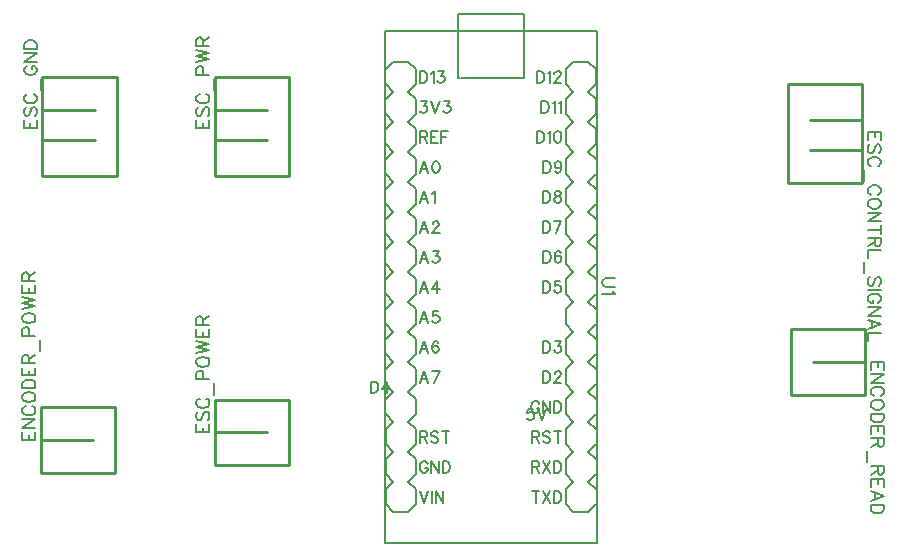
<source format=gto>
G04 Layer: TopSilkscreenLayer*
G04 EasyEDA v6.5.12, 2022-08-13 19:42:35*
G04 9ce99227bc0a4aedad01d0d7efa1a16d,d2a3e1526f234093adc7d0cc0e5670ed,10*
G04 Gerber Generator version 0.2*
G04 Scale: 100 percent, Rotated: No, Reflected: No *
G04 Dimensions in millimeters *
G04 leading zeros omitted , absolute positions ,4 integer and 5 decimal *
%FSLAX45Y45*%
%MOMM*%

%ADD10C,0.1524*%
%ADD11C,0.1500*%
%ADD12C,0.2540*%
%ADD13C,0.1520*%

%LPD*%
D10*
X5726684Y5613400D02*
G01*
X5835650Y5613400D01*
X5726684Y5613400D02*
G01*
X5726684Y5680963D01*
X5778500Y5613400D02*
G01*
X5778500Y5655055D01*
X5835650Y5613400D02*
G01*
X5835650Y5680963D01*
X5726684Y5715254D02*
G01*
X5835650Y5715254D01*
X5726684Y5715254D02*
G01*
X5835650Y5787897D01*
X5726684Y5787897D02*
G01*
X5835650Y5787897D01*
X5752591Y5900165D02*
G01*
X5742177Y5895086D01*
X5731763Y5884671D01*
X5726684Y5874257D01*
X5726684Y5853429D01*
X5731763Y5843015D01*
X5742177Y5832602D01*
X5752591Y5827521D01*
X5768340Y5822187D01*
X5794247Y5822187D01*
X5809741Y5827521D01*
X5820156Y5832602D01*
X5830570Y5843015D01*
X5835650Y5853429D01*
X5835650Y5874257D01*
X5830570Y5884671D01*
X5820156Y5895086D01*
X5809741Y5900165D01*
X5726684Y5965697D02*
G01*
X5731763Y5955284D01*
X5742177Y5944870D01*
X5752591Y5939789D01*
X5768340Y5934455D01*
X5794247Y5934455D01*
X5809741Y5939789D01*
X5820156Y5944870D01*
X5830570Y5955284D01*
X5835650Y5965697D01*
X5835650Y5986526D01*
X5830570Y5996939D01*
X5820156Y6007100D01*
X5809741Y6012434D01*
X5794247Y6017513D01*
X5768340Y6017513D01*
X5752591Y6012434D01*
X5742177Y6007100D01*
X5731763Y5996939D01*
X5726684Y5986526D01*
X5726684Y5965697D01*
X5726684Y6051804D02*
G01*
X5835650Y6051804D01*
X5726684Y6051804D02*
G01*
X5726684Y6088379D01*
X5731763Y6103873D01*
X5742177Y6114287D01*
X5752591Y6119368D01*
X5768340Y6124702D01*
X5794247Y6124702D01*
X5809741Y6119368D01*
X5820156Y6114287D01*
X5830570Y6103873D01*
X5835650Y6088379D01*
X5835650Y6051804D01*
X5726684Y6158992D02*
G01*
X5835650Y6158992D01*
X5726684Y6158992D02*
G01*
X5726684Y6226555D01*
X5778500Y6158992D02*
G01*
X5778500Y6200394D01*
X5835650Y6158992D02*
G01*
X5835650Y6226555D01*
X5726684Y6260845D02*
G01*
X5835650Y6260845D01*
X5726684Y6260845D02*
G01*
X5726684Y6307581D01*
X5731763Y6323076D01*
X5737097Y6328410D01*
X5747511Y6333489D01*
X5757925Y6333489D01*
X5768340Y6328410D01*
X5773420Y6323076D01*
X5778500Y6307581D01*
X5778500Y6260845D01*
X5778500Y6297168D02*
G01*
X5835650Y6333489D01*
X5872225Y6367779D02*
G01*
X5872225Y6461252D01*
X5726684Y6495542D02*
G01*
X5835650Y6495542D01*
X5726684Y6495542D02*
G01*
X5726684Y6542278D01*
X5731763Y6558026D01*
X5737097Y6563105D01*
X5747511Y6568439D01*
X5763006Y6568439D01*
X5773420Y6563105D01*
X5778500Y6558026D01*
X5783834Y6542278D01*
X5783834Y6495542D01*
X5726684Y6633718D02*
G01*
X5731763Y6623304D01*
X5742177Y6612889D01*
X5752591Y6607810D01*
X5768340Y6602729D01*
X5794247Y6602729D01*
X5809741Y6607810D01*
X5820156Y6612889D01*
X5830570Y6623304D01*
X5835650Y6633718D01*
X5835650Y6654545D01*
X5830570Y6664960D01*
X5820156Y6675373D01*
X5809741Y6680454D01*
X5794247Y6685787D01*
X5768340Y6685787D01*
X5752591Y6680454D01*
X5742177Y6675373D01*
X5731763Y6664960D01*
X5726684Y6654545D01*
X5726684Y6633718D01*
X5726684Y6720078D02*
G01*
X5835650Y6745986D01*
X5726684Y6771894D02*
G01*
X5835650Y6745986D01*
X5726684Y6771894D02*
G01*
X5835650Y6798055D01*
X5726684Y6823963D02*
G01*
X5835650Y6798055D01*
X5726684Y6858254D02*
G01*
X5835650Y6858254D01*
X5726684Y6858254D02*
G01*
X5726684Y6925818D01*
X5778500Y6858254D02*
G01*
X5778500Y6899910D01*
X5835650Y6858254D02*
G01*
X5835650Y6925818D01*
X5726684Y6960108D02*
G01*
X5835650Y6960108D01*
X5726684Y6960108D02*
G01*
X5726684Y7006844D01*
X5731763Y7022337D01*
X5737097Y7027671D01*
X5747511Y7032752D01*
X5757925Y7032752D01*
X5768340Y7027671D01*
X5773420Y7022337D01*
X5778500Y7006844D01*
X5778500Y6960108D01*
X5778500Y6996429D02*
G01*
X5835650Y7032752D01*
X13018515Y6273800D02*
G01*
X12909550Y6273800D01*
X13018515Y6273800D02*
G01*
X13018515Y6206236D01*
X12966700Y6273800D02*
G01*
X12966700Y6232144D01*
X12909550Y6273800D02*
G01*
X12909550Y6206236D01*
X13018515Y6171945D02*
G01*
X12909550Y6171945D01*
X13018515Y6171945D02*
G01*
X12909550Y6099302D01*
X13018515Y6099302D02*
G01*
X12909550Y6099302D01*
X12992608Y5987034D02*
G01*
X13003022Y5992113D01*
X13013436Y6002528D01*
X13018515Y6012942D01*
X13018515Y6033770D01*
X13013436Y6044184D01*
X13003022Y6054597D01*
X12992608Y6059678D01*
X12976859Y6065012D01*
X12950952Y6065012D01*
X12935458Y6059678D01*
X12925043Y6054597D01*
X12914629Y6044184D01*
X12909550Y6033770D01*
X12909550Y6012942D01*
X12914629Y6002528D01*
X12925043Y5992113D01*
X12935458Y5987034D01*
X13018515Y5921502D02*
G01*
X13013436Y5931915D01*
X13003022Y5942329D01*
X12992608Y5947410D01*
X12976859Y5952744D01*
X12950952Y5952744D01*
X12935458Y5947410D01*
X12925043Y5942329D01*
X12914629Y5931915D01*
X12909550Y5921502D01*
X12909550Y5900673D01*
X12914629Y5890260D01*
X12925043Y5880100D01*
X12935458Y5874765D01*
X12950952Y5869686D01*
X12976859Y5869686D01*
X12992608Y5874765D01*
X13003022Y5880100D01*
X13013436Y5890260D01*
X13018515Y5900673D01*
X13018515Y5921502D01*
X13018515Y5835395D02*
G01*
X12909550Y5835395D01*
X13018515Y5835395D02*
G01*
X13018515Y5798820D01*
X13013436Y5783326D01*
X13003022Y5772912D01*
X12992608Y5767831D01*
X12976859Y5762497D01*
X12950952Y5762497D01*
X12935458Y5767831D01*
X12925043Y5772912D01*
X12914629Y5783326D01*
X12909550Y5798820D01*
X12909550Y5835395D01*
X13018515Y5728207D02*
G01*
X12909550Y5728207D01*
X13018515Y5728207D02*
G01*
X13018515Y5660644D01*
X12966700Y5728207D02*
G01*
X12966700Y5686805D01*
X12909550Y5728207D02*
G01*
X12909550Y5660644D01*
X13018515Y5626354D02*
G01*
X12909550Y5626354D01*
X13018515Y5626354D02*
G01*
X13018515Y5579618D01*
X13013436Y5564123D01*
X13008102Y5558789D01*
X12997688Y5553710D01*
X12987274Y5553710D01*
X12976859Y5558789D01*
X12971779Y5564123D01*
X12966700Y5579618D01*
X12966700Y5626354D01*
X12966700Y5590031D02*
G01*
X12909550Y5553710D01*
X12872974Y5519420D02*
G01*
X12872974Y5425947D01*
X13018515Y5391657D02*
G01*
X12909550Y5391657D01*
X13018515Y5391657D02*
G01*
X13018515Y5344921D01*
X13013436Y5329173D01*
X13008102Y5324094D01*
X12997688Y5318760D01*
X12987274Y5318760D01*
X12976859Y5324094D01*
X12971779Y5329173D01*
X12966700Y5344921D01*
X12966700Y5391657D01*
X12966700Y5355336D02*
G01*
X12909550Y5318760D01*
X13018515Y5284470D02*
G01*
X12909550Y5284470D01*
X13018515Y5284470D02*
G01*
X13018515Y5217160D01*
X12966700Y5284470D02*
G01*
X12966700Y5243068D01*
X12909550Y5284470D02*
G01*
X12909550Y5217160D01*
X13018515Y5141213D02*
G01*
X12909550Y5182870D01*
X13018515Y5141213D02*
G01*
X12909550Y5099557D01*
X12945872Y5167121D02*
G01*
X12945872Y5115305D01*
X13018515Y5065268D02*
G01*
X12909550Y5065268D01*
X13018515Y5065268D02*
G01*
X13018515Y5028945D01*
X13013436Y5013452D01*
X13003022Y5003037D01*
X12992608Y4997704D01*
X12976859Y4992623D01*
X12950952Y4992623D01*
X12935458Y4997704D01*
X12925043Y5003037D01*
X12914629Y5013452D01*
X12909550Y5028945D01*
X12909550Y5065268D01*
X7199884Y5676900D02*
G01*
X7308850Y5676900D01*
X7199884Y5676900D02*
G01*
X7199884Y5744463D01*
X7251700Y5676900D02*
G01*
X7251700Y5718555D01*
X7308850Y5676900D02*
G01*
X7308850Y5744463D01*
X7215377Y5851397D02*
G01*
X7204963Y5840984D01*
X7199884Y5825489D01*
X7199884Y5804662D01*
X7204963Y5789168D01*
X7215377Y5778754D01*
X7225791Y5778754D01*
X7236206Y5783834D01*
X7241540Y5789168D01*
X7246620Y5799581D01*
X7257034Y5830570D01*
X7262113Y5840984D01*
X7267447Y5846318D01*
X7277861Y5851397D01*
X7293356Y5851397D01*
X7303770Y5840984D01*
X7308850Y5825489D01*
X7308850Y5804662D01*
X7303770Y5789168D01*
X7293356Y5778754D01*
X7225791Y5963665D02*
G01*
X7215377Y5958586D01*
X7204963Y5948171D01*
X7199884Y5937757D01*
X7199884Y5916929D01*
X7204963Y5906515D01*
X7215377Y5896102D01*
X7225791Y5891021D01*
X7241540Y5885687D01*
X7267447Y5885687D01*
X7282941Y5891021D01*
X7293356Y5896102D01*
X7303770Y5906515D01*
X7308850Y5916929D01*
X7308850Y5937757D01*
X7303770Y5948171D01*
X7293356Y5958586D01*
X7282941Y5963665D01*
X7345425Y5997955D02*
G01*
X7345425Y6091428D01*
X7199884Y6125718D02*
G01*
X7308850Y6125718D01*
X7199884Y6125718D02*
G01*
X7199884Y6172454D01*
X7204963Y6188202D01*
X7210297Y6193281D01*
X7220711Y6198615D01*
X7236206Y6198615D01*
X7246620Y6193281D01*
X7251700Y6188202D01*
X7257034Y6172454D01*
X7257034Y6125718D01*
X7199884Y6263894D02*
G01*
X7204963Y6253479D01*
X7215377Y6243320D01*
X7225791Y6237986D01*
X7241540Y6232905D01*
X7267447Y6232905D01*
X7282941Y6237986D01*
X7293356Y6243320D01*
X7303770Y6253479D01*
X7308850Y6263894D01*
X7308850Y6284721D01*
X7303770Y6295136D01*
X7293356Y6305550D01*
X7282941Y6310629D01*
X7267447Y6315963D01*
X7241540Y6315963D01*
X7225791Y6310629D01*
X7215377Y6305550D01*
X7204963Y6295136D01*
X7199884Y6284721D01*
X7199884Y6263894D01*
X7199884Y6350254D02*
G01*
X7308850Y6376162D01*
X7199884Y6402070D02*
G01*
X7308850Y6376162D01*
X7199884Y6402070D02*
G01*
X7308850Y6428231D01*
X7199884Y6454139D02*
G01*
X7308850Y6428231D01*
X7199884Y6488429D02*
G01*
X7308850Y6488429D01*
X7199884Y6488429D02*
G01*
X7199884Y6555994D01*
X7251700Y6488429D02*
G01*
X7251700Y6530086D01*
X7308850Y6488429D02*
G01*
X7308850Y6555994D01*
X7199884Y6590284D02*
G01*
X7308850Y6590284D01*
X7199884Y6590284D02*
G01*
X7199884Y6637020D01*
X7204963Y6652513D01*
X7210297Y6657847D01*
X7220711Y6662928D01*
X7231125Y6662928D01*
X7241540Y6657847D01*
X7246620Y6652513D01*
X7251700Y6637020D01*
X7251700Y6590284D01*
X7251700Y6626605D02*
G01*
X7308850Y6662928D01*
X12993115Y8216900D02*
G01*
X12884150Y8216900D01*
X12993115Y8216900D02*
G01*
X12993115Y8149336D01*
X12941300Y8216900D02*
G01*
X12941300Y8175244D01*
X12884150Y8216900D02*
G01*
X12884150Y8149336D01*
X12977622Y8042402D02*
G01*
X12988036Y8052815D01*
X12993115Y8068310D01*
X12993115Y8089137D01*
X12988036Y8104631D01*
X12977622Y8115045D01*
X12967208Y8115045D01*
X12956793Y8109965D01*
X12951459Y8104631D01*
X12946379Y8094218D01*
X12935965Y8063229D01*
X12930886Y8052815D01*
X12925552Y8047481D01*
X12915138Y8042402D01*
X12899643Y8042402D01*
X12889229Y8052815D01*
X12884150Y8068310D01*
X12884150Y8089137D01*
X12889229Y8104631D01*
X12899643Y8115045D01*
X12967208Y7930134D02*
G01*
X12977622Y7935213D01*
X12988036Y7945628D01*
X12993115Y7956042D01*
X12993115Y7976870D01*
X12988036Y7987284D01*
X12977622Y7997697D01*
X12967208Y8002778D01*
X12951459Y8008112D01*
X12925552Y8008112D01*
X12910058Y8002778D01*
X12899643Y7997697D01*
X12889229Y7987284D01*
X12884150Y7976870D01*
X12884150Y7956042D01*
X12889229Y7945628D01*
X12899643Y7935213D01*
X12910058Y7930134D01*
X12847574Y7895844D02*
G01*
X12847574Y7802371D01*
X12967208Y7690104D02*
G01*
X12977622Y7695184D01*
X12988036Y7705597D01*
X12993115Y7716012D01*
X12993115Y7736839D01*
X12988036Y7747254D01*
X12977622Y7757668D01*
X12967208Y7762747D01*
X12951459Y7768081D01*
X12925552Y7768081D01*
X12910058Y7762747D01*
X12899643Y7757668D01*
X12889229Y7747254D01*
X12884150Y7736839D01*
X12884150Y7716012D01*
X12889229Y7705597D01*
X12899643Y7695184D01*
X12910058Y7690104D01*
X12993115Y7624571D02*
G01*
X12988036Y7634986D01*
X12977622Y7645400D01*
X12967208Y7650479D01*
X12951459Y7655813D01*
X12925552Y7655813D01*
X12910058Y7650479D01*
X12899643Y7645400D01*
X12889229Y7634986D01*
X12884150Y7624571D01*
X12884150Y7603744D01*
X12889229Y7593329D01*
X12899643Y7583170D01*
X12910058Y7577836D01*
X12925552Y7572755D01*
X12951459Y7572755D01*
X12967208Y7577836D01*
X12977622Y7583170D01*
X12988036Y7593329D01*
X12993115Y7603744D01*
X12993115Y7624571D01*
X12993115Y7538465D02*
G01*
X12884150Y7538465D01*
X12993115Y7538465D02*
G01*
X12884150Y7465568D01*
X12993115Y7465568D02*
G01*
X12884150Y7465568D01*
X12993115Y7394955D02*
G01*
X12884150Y7394955D01*
X12993115Y7431278D02*
G01*
X12993115Y7358634D01*
X12993115Y7324344D02*
G01*
X12884150Y7324344D01*
X12993115Y7324344D02*
G01*
X12993115Y7277608D01*
X12988036Y7261860D01*
X12982702Y7256779D01*
X12972288Y7251700D01*
X12961874Y7251700D01*
X12951459Y7256779D01*
X12946379Y7261860D01*
X12941300Y7277608D01*
X12941300Y7324344D01*
X12941300Y7288021D02*
G01*
X12884150Y7251700D01*
X12993115Y7217410D02*
G01*
X12884150Y7217410D01*
X12884150Y7217410D02*
G01*
X12884150Y7154926D01*
X12847574Y7120636D02*
G01*
X12847574Y7027163D01*
X12977622Y6920229D02*
G01*
X12988036Y6930389D01*
X12993115Y6946137D01*
X12993115Y6966965D01*
X12988036Y6982460D01*
X12977622Y6992873D01*
X12967208Y6992873D01*
X12956793Y6987539D01*
X12951459Y6982460D01*
X12946379Y6972045D01*
X12935965Y6940804D01*
X12930886Y6930389D01*
X12925552Y6925310D01*
X12915138Y6920229D01*
X12899643Y6920229D01*
X12889229Y6930389D01*
X12884150Y6946137D01*
X12884150Y6966965D01*
X12889229Y6982460D01*
X12899643Y6992873D01*
X12993115Y6885939D02*
G01*
X12884150Y6885939D01*
X12967208Y6773671D02*
G01*
X12977622Y6778752D01*
X12988036Y6789165D01*
X12993115Y6799579D01*
X12993115Y6820408D01*
X12988036Y6830821D01*
X12977622Y6841236D01*
X12967208Y6846315D01*
X12951459Y6851650D01*
X12925552Y6851650D01*
X12910058Y6846315D01*
X12899643Y6841236D01*
X12889229Y6830821D01*
X12884150Y6820408D01*
X12884150Y6799579D01*
X12889229Y6789165D01*
X12899643Y6778752D01*
X12910058Y6773671D01*
X12925552Y6773671D01*
X12925552Y6799579D02*
G01*
X12925552Y6773671D01*
X12993115Y6739381D02*
G01*
X12884150Y6739381D01*
X12993115Y6739381D02*
G01*
X12884150Y6666484D01*
X12993115Y6666484D02*
G01*
X12884150Y6666484D01*
X12993115Y6590792D02*
G01*
X12884150Y6632194D01*
X12993115Y6590792D02*
G01*
X12884150Y6549136D01*
X12920472Y6616700D02*
G01*
X12920472Y6564629D01*
X12993115Y6514845D02*
G01*
X12884150Y6514845D01*
X12884150Y6514845D02*
G01*
X12884150Y6452615D01*
X10745215Y6985000D02*
G01*
X10667238Y6985000D01*
X10651743Y6979920D01*
X10641329Y6969505D01*
X10636250Y6953758D01*
X10636250Y6943344D01*
X10641329Y6927850D01*
X10651743Y6917436D01*
X10667238Y6912355D01*
X10745215Y6912355D01*
X10724388Y6878065D02*
G01*
X10729722Y6867652D01*
X10745215Y6851904D01*
X10636250Y6851904D01*
D11*
X9091094Y8732837D02*
G01*
X9091094Y8637333D01*
X9091094Y8732837D02*
G01*
X9122844Y8732837D01*
X9136560Y8728265D01*
X9145704Y8719375D01*
X9150276Y8710231D01*
X9154848Y8696515D01*
X9154848Y8673909D01*
X9150276Y8660193D01*
X9145704Y8651049D01*
X9136560Y8641905D01*
X9122844Y8637333D01*
X9091094Y8637333D01*
X9184820Y8714803D02*
G01*
X9193710Y8719375D01*
X9207426Y8732837D01*
X9207426Y8637333D01*
X9246542Y8732837D02*
G01*
X9296580Y8732837D01*
X9269402Y8696515D01*
X9282864Y8696515D01*
X9292008Y8691943D01*
X9296580Y8687371D01*
X9301152Y8673909D01*
X9301152Y8664765D01*
X9296580Y8651049D01*
X9287436Y8641905D01*
X9273720Y8637333D01*
X9260258Y8637333D01*
X9246542Y8641905D01*
X9241970Y8646477D01*
X9237398Y8655621D01*
X9100233Y8478842D02*
G01*
X9150271Y8478842D01*
X9122839Y8442520D01*
X9136555Y8442520D01*
X9145699Y8437948D01*
X9150271Y8433376D01*
X9154843Y8419914D01*
X9154843Y8410770D01*
X9150271Y8397054D01*
X9141127Y8387910D01*
X9127411Y8383338D01*
X9113695Y8383338D01*
X9100233Y8387910D01*
X9095661Y8392482D01*
X9091089Y8401626D01*
X9184815Y8478842D02*
G01*
X9221137Y8383338D01*
X9257459Y8478842D02*
G01*
X9221137Y8383338D01*
X9296575Y8478842D02*
G01*
X9346613Y8478842D01*
X9319181Y8442520D01*
X9332897Y8442520D01*
X9342041Y8437948D01*
X9346613Y8433376D01*
X9351185Y8419914D01*
X9351185Y8410770D01*
X9346613Y8397054D01*
X9337469Y8387910D01*
X9323753Y8383338D01*
X9310291Y8383338D01*
X9296575Y8387910D01*
X9292003Y8392482D01*
X9287431Y8401626D01*
X9091089Y8224842D02*
G01*
X9091089Y8129338D01*
X9091089Y8224842D02*
G01*
X9131983Y8224842D01*
X9145699Y8220270D01*
X9150271Y8215698D01*
X9154843Y8206808D01*
X9154843Y8197664D01*
X9150271Y8188520D01*
X9145699Y8183948D01*
X9131983Y8179376D01*
X9091089Y8179376D01*
X9122839Y8179376D02*
G01*
X9154843Y8129338D01*
X9184815Y8224842D02*
G01*
X9184815Y8129338D01*
X9184815Y8224842D02*
G01*
X9243743Y8224842D01*
X9184815Y8179376D02*
G01*
X9221137Y8179376D01*
X9184815Y8129338D02*
G01*
X9243743Y8129338D01*
X9273715Y8224842D02*
G01*
X9273715Y8129338D01*
X9273715Y8224842D02*
G01*
X9332897Y8224842D01*
X9273715Y8179376D02*
G01*
X9310291Y8179376D01*
X9127413Y7970840D02*
G01*
X9091091Y7875336D01*
X9127413Y7970840D02*
G01*
X9163735Y7875336D01*
X9104807Y7907340D02*
G01*
X9150273Y7907340D01*
X9221139Y7970840D02*
G01*
X9207423Y7966268D01*
X9198279Y7952806D01*
X9193707Y7929946D01*
X9193707Y7916484D01*
X9198279Y7893624D01*
X9207423Y7879908D01*
X9221139Y7875336D01*
X9230283Y7875336D01*
X9243745Y7879908D01*
X9252889Y7893624D01*
X9257461Y7916484D01*
X9257461Y7929946D01*
X9252889Y7952806D01*
X9243745Y7966268D01*
X9230283Y7970840D01*
X9221139Y7970840D01*
X9127411Y7716842D02*
G01*
X9091089Y7621338D01*
X9127411Y7716842D02*
G01*
X9163733Y7621338D01*
X9104805Y7653342D02*
G01*
X9150271Y7653342D01*
X9193705Y7698808D02*
G01*
X9202849Y7703380D01*
X9216565Y7716842D01*
X9216565Y7621338D01*
X9127413Y7462840D02*
G01*
X9091091Y7367336D01*
X9127413Y7462840D02*
G01*
X9163735Y7367336D01*
X9104807Y7399340D02*
G01*
X9150273Y7399340D01*
X9198279Y7440234D02*
G01*
X9198279Y7444806D01*
X9202851Y7453696D01*
X9207423Y7458268D01*
X9216567Y7462840D01*
X9234601Y7462840D01*
X9243745Y7458268D01*
X9248317Y7453696D01*
X9252889Y7444806D01*
X9252889Y7435662D01*
X9248317Y7426518D01*
X9239173Y7412802D01*
X9193707Y7367336D01*
X9257461Y7367336D01*
X9127413Y7208840D02*
G01*
X9091091Y7113336D01*
X9127413Y7208840D02*
G01*
X9163735Y7113336D01*
X9104807Y7145340D02*
G01*
X9150273Y7145340D01*
X9202851Y7208840D02*
G01*
X9252889Y7208840D01*
X9225711Y7172518D01*
X9239173Y7172518D01*
X9248317Y7167946D01*
X9252889Y7163374D01*
X9257461Y7149912D01*
X9257461Y7140768D01*
X9252889Y7127052D01*
X9243745Y7117908D01*
X9230283Y7113336D01*
X9216567Y7113336D01*
X9202851Y7117908D01*
X9198279Y7122480D01*
X9193707Y7131624D01*
X9127416Y6954837D02*
G01*
X9091094Y6859333D01*
X9127416Y6954837D02*
G01*
X9163738Y6859333D01*
X9104810Y6891337D02*
G01*
X9150276Y6891337D01*
X9239176Y6954837D02*
G01*
X9193710Y6891337D01*
X9262036Y6891337D01*
X9239176Y6954837D02*
G01*
X9239176Y6859333D01*
X9127413Y6700840D02*
G01*
X9091091Y6605336D01*
X9127413Y6700840D02*
G01*
X9163735Y6605336D01*
X9104807Y6637340D02*
G01*
X9150273Y6637340D01*
X9248317Y6700840D02*
G01*
X9202851Y6700840D01*
X9198279Y6659946D01*
X9202851Y6664518D01*
X9216567Y6669090D01*
X9230283Y6669090D01*
X9243745Y6664518D01*
X9252889Y6655374D01*
X9257461Y6641912D01*
X9257461Y6632768D01*
X9252889Y6619052D01*
X9243745Y6609908D01*
X9230283Y6605336D01*
X9216567Y6605336D01*
X9202851Y6609908D01*
X9198279Y6614480D01*
X9193707Y6623624D01*
X9127416Y6446837D02*
G01*
X9091094Y6351333D01*
X9127416Y6446837D02*
G01*
X9163738Y6351333D01*
X9104810Y6383337D02*
G01*
X9150276Y6383337D01*
X9248320Y6433375D02*
G01*
X9243748Y6442265D01*
X9230286Y6446837D01*
X9221142Y6446837D01*
X9207426Y6442265D01*
X9198282Y6428803D01*
X9193710Y6405943D01*
X9193710Y6383337D01*
X9198282Y6365049D01*
X9207426Y6355905D01*
X9221142Y6351333D01*
X9225714Y6351333D01*
X9239176Y6355905D01*
X9248320Y6365049D01*
X9252892Y6378765D01*
X9252892Y6383337D01*
X9248320Y6396799D01*
X9239176Y6405943D01*
X9225714Y6410515D01*
X9221142Y6410515D01*
X9207426Y6405943D01*
X9198282Y6396799D01*
X9193710Y6383337D01*
X9127413Y6192840D02*
G01*
X9091091Y6097336D01*
X9127413Y6192840D02*
G01*
X9163735Y6097336D01*
X9104807Y6129340D02*
G01*
X9150273Y6129340D01*
X9257461Y6192840D02*
G01*
X9211995Y6097336D01*
X9193707Y6192840D02*
G01*
X9257461Y6192840D01*
X10049509Y5879327D02*
G01*
X10004043Y5879327D01*
X9999472Y5838433D01*
X10004043Y5843005D01*
X10017506Y5847577D01*
X10031222Y5847577D01*
X10044938Y5843005D01*
X10054081Y5833861D01*
X10058654Y5820399D01*
X10058654Y5811255D01*
X10054081Y5797539D01*
X10044938Y5788395D01*
X10031222Y5783823D01*
X10017506Y5783823D01*
X10004043Y5788395D01*
X9999472Y5792967D01*
X9994900Y5802111D01*
X10088625Y5879327D02*
G01*
X10124947Y5783823D01*
X10161270Y5879327D02*
G01*
X10124947Y5783823D01*
X9091089Y5684842D02*
G01*
X9091089Y5589338D01*
X9091089Y5684842D02*
G01*
X9131983Y5684842D01*
X9145699Y5680270D01*
X9150271Y5675698D01*
X9154843Y5666808D01*
X9154843Y5657664D01*
X9150271Y5648520D01*
X9145699Y5643948D01*
X9131983Y5639376D01*
X9091089Y5639376D01*
X9122839Y5639376D02*
G01*
X9154843Y5589338D01*
X9248315Y5671380D02*
G01*
X9239171Y5680270D01*
X9225709Y5684842D01*
X9207421Y5684842D01*
X9193705Y5680270D01*
X9184815Y5671380D01*
X9184815Y5662236D01*
X9189387Y5653092D01*
X9193705Y5648520D01*
X9202849Y5643948D01*
X9230281Y5634804D01*
X9239171Y5630486D01*
X9243743Y5625914D01*
X9248315Y5616770D01*
X9248315Y5603054D01*
X9239171Y5593910D01*
X9225709Y5589338D01*
X9207421Y5589338D01*
X9193705Y5593910D01*
X9184815Y5603054D01*
X9310291Y5684842D02*
G01*
X9310291Y5589338D01*
X9278287Y5684842D02*
G01*
X9342041Y5684842D01*
X9159163Y5408234D02*
G01*
X9154845Y5417378D01*
X9145701Y5426268D01*
X9136557Y5430840D01*
X9118269Y5430840D01*
X9109379Y5426268D01*
X9100235Y5417378D01*
X9095663Y5408234D01*
X9091091Y5394518D01*
X9091091Y5371912D01*
X9095663Y5358196D01*
X9100235Y5349052D01*
X9109379Y5339908D01*
X9118269Y5335336D01*
X9136557Y5335336D01*
X9145701Y5339908D01*
X9154845Y5349052D01*
X9159163Y5358196D01*
X9159163Y5371912D01*
X9136557Y5371912D02*
G01*
X9159163Y5371912D01*
X9189389Y5430840D02*
G01*
X9189389Y5335336D01*
X9189389Y5430840D02*
G01*
X9252889Y5335336D01*
X9252889Y5430840D02*
G01*
X9252889Y5335336D01*
X9282861Y5430840D02*
G01*
X9282861Y5335336D01*
X9282861Y5430840D02*
G01*
X9314611Y5430840D01*
X9328327Y5426268D01*
X9337471Y5417378D01*
X9342043Y5408234D01*
X9346615Y5394518D01*
X9346615Y5371912D01*
X9342043Y5358196D01*
X9337471Y5349052D01*
X9328327Y5339908D01*
X9314611Y5335336D01*
X9282861Y5335336D01*
X9091094Y5176837D02*
G01*
X9127416Y5081333D01*
X9163738Y5176837D02*
G01*
X9127416Y5081333D01*
X9193710Y5176837D02*
G01*
X9193710Y5081333D01*
X9223936Y5176837D02*
G01*
X9223936Y5081333D01*
X9223936Y5176837D02*
G01*
X9287436Y5081333D01*
X9287436Y5176837D02*
G01*
X9287436Y5081333D01*
X10079992Y8734841D02*
G01*
X10079992Y8639337D01*
X10079992Y8734841D02*
G01*
X10111742Y8734841D01*
X10125458Y8730269D01*
X10134602Y8721379D01*
X10139174Y8712235D01*
X10143746Y8698519D01*
X10143746Y8675913D01*
X10139174Y8662197D01*
X10134602Y8653053D01*
X10125458Y8643909D01*
X10111742Y8639337D01*
X10079992Y8639337D01*
X10173718Y8716807D02*
G01*
X10182608Y8721379D01*
X10196324Y8734841D01*
X10196324Y8639337D01*
X10230868Y8712235D02*
G01*
X10230868Y8716807D01*
X10235440Y8725697D01*
X10240012Y8730269D01*
X10249156Y8734841D01*
X10267190Y8734841D01*
X10276334Y8730269D01*
X10280906Y8725697D01*
X10285478Y8716807D01*
X10285478Y8707663D01*
X10280906Y8698519D01*
X10271762Y8684803D01*
X10226296Y8639337D01*
X10290050Y8639337D01*
X10120886Y8480844D02*
G01*
X10120886Y8385340D01*
X10120886Y8480844D02*
G01*
X10152636Y8480844D01*
X10166352Y8476272D01*
X10175496Y8467382D01*
X10180068Y8458238D01*
X10184640Y8444522D01*
X10184640Y8421916D01*
X10180068Y8408200D01*
X10175496Y8399056D01*
X10166352Y8389912D01*
X10152636Y8385340D01*
X10120886Y8385340D01*
X10214612Y8462810D02*
G01*
X10223502Y8467382D01*
X10237218Y8480844D01*
X10237218Y8385340D01*
X10267190Y8462810D02*
G01*
X10276334Y8467382D01*
X10290050Y8480844D01*
X10290050Y8385340D01*
X10079992Y8226841D02*
G01*
X10079992Y8131337D01*
X10079992Y8226841D02*
G01*
X10111742Y8226841D01*
X10125458Y8222269D01*
X10134602Y8213379D01*
X10139174Y8204235D01*
X10143746Y8190519D01*
X10143746Y8167913D01*
X10139174Y8154197D01*
X10134602Y8145053D01*
X10125458Y8135909D01*
X10111742Y8131337D01*
X10079992Y8131337D01*
X10173718Y8208807D02*
G01*
X10182608Y8213379D01*
X10196324Y8226841D01*
X10196324Y8131337D01*
X10253728Y8226841D02*
G01*
X10240012Y8222269D01*
X10230868Y8208807D01*
X10226296Y8185947D01*
X10226296Y8172485D01*
X10230868Y8149625D01*
X10240012Y8135909D01*
X10253728Y8131337D01*
X10262618Y8131337D01*
X10276334Y8135909D01*
X10285478Y8149625D01*
X10290050Y8172485D01*
X10290050Y8185947D01*
X10285478Y8208807D01*
X10276334Y8222269D01*
X10262618Y8226841D01*
X10253728Y8226841D01*
X10137396Y7972841D02*
G01*
X10137396Y7877337D01*
X10137396Y7972841D02*
G01*
X10169146Y7972841D01*
X10182862Y7968269D01*
X10192006Y7959379D01*
X10196578Y7950235D01*
X10201150Y7936519D01*
X10201150Y7913913D01*
X10196578Y7900197D01*
X10192006Y7891053D01*
X10182862Y7881909D01*
X10169146Y7877337D01*
X10137396Y7877337D01*
X10290050Y7941091D02*
G01*
X10285478Y7927375D01*
X10276588Y7918485D01*
X10262872Y7913913D01*
X10258300Y7913913D01*
X10244584Y7918485D01*
X10235694Y7927375D01*
X10231122Y7941091D01*
X10231122Y7945663D01*
X10235694Y7959379D01*
X10244584Y7968269D01*
X10258300Y7972841D01*
X10262872Y7972841D01*
X10276588Y7968269D01*
X10285478Y7959379D01*
X10290050Y7941091D01*
X10290050Y7918485D01*
X10285478Y7895625D01*
X10276588Y7881909D01*
X10262872Y7877337D01*
X10253728Y7877337D01*
X10240012Y7881909D01*
X10235694Y7891053D01*
X10132824Y7718844D02*
G01*
X10132824Y7623340D01*
X10132824Y7718844D02*
G01*
X10164574Y7718844D01*
X10178290Y7714272D01*
X10187434Y7705382D01*
X10192006Y7696238D01*
X10196578Y7682522D01*
X10196578Y7659916D01*
X10192006Y7646200D01*
X10187434Y7637056D01*
X10178290Y7627912D01*
X10164574Y7623340D01*
X10132824Y7623340D01*
X10249156Y7718844D02*
G01*
X10235440Y7714272D01*
X10231122Y7705382D01*
X10231122Y7696238D01*
X10235440Y7687094D01*
X10244584Y7682522D01*
X10262872Y7677950D01*
X10276334Y7673378D01*
X10285478Y7664488D01*
X10290050Y7655344D01*
X10290050Y7641628D01*
X10285478Y7632484D01*
X10280906Y7627912D01*
X10267444Y7623340D01*
X10249156Y7623340D01*
X10235440Y7627912D01*
X10231122Y7632484D01*
X10226550Y7641628D01*
X10226550Y7655344D01*
X10231122Y7664488D01*
X10240012Y7673378D01*
X10253728Y7677950D01*
X10272016Y7682522D01*
X10280906Y7687094D01*
X10285478Y7696238D01*
X10285478Y7705382D01*
X10280906Y7714272D01*
X10267444Y7718844D01*
X10249156Y7718844D01*
X10132824Y7464841D02*
G01*
X10132824Y7369337D01*
X10132824Y7464841D02*
G01*
X10164574Y7464841D01*
X10178290Y7460269D01*
X10187434Y7451379D01*
X10192006Y7442235D01*
X10196578Y7428519D01*
X10196578Y7405913D01*
X10192006Y7392197D01*
X10187434Y7383053D01*
X10178290Y7373909D01*
X10164574Y7369337D01*
X10132824Y7369337D01*
X10290050Y7464841D02*
G01*
X10244584Y7369337D01*
X10226550Y7464841D02*
G01*
X10290050Y7464841D01*
X10137396Y7210841D02*
G01*
X10137396Y7115337D01*
X10137396Y7210841D02*
G01*
X10169146Y7210841D01*
X10182862Y7206269D01*
X10192006Y7197379D01*
X10196578Y7188235D01*
X10201150Y7174519D01*
X10201150Y7151913D01*
X10196578Y7138197D01*
X10192006Y7129053D01*
X10182862Y7119909D01*
X10169146Y7115337D01*
X10137396Y7115337D01*
X10285478Y7197379D02*
G01*
X10280906Y7206269D01*
X10267444Y7210841D01*
X10258300Y7210841D01*
X10244584Y7206269D01*
X10235694Y7192807D01*
X10231122Y7169947D01*
X10231122Y7147341D01*
X10235694Y7129053D01*
X10244584Y7119909D01*
X10258300Y7115337D01*
X10262872Y7115337D01*
X10276588Y7119909D01*
X10285478Y7129053D01*
X10290050Y7142769D01*
X10290050Y7147341D01*
X10285478Y7160803D01*
X10276588Y7169947D01*
X10262872Y7174519D01*
X10258300Y7174519D01*
X10244584Y7169947D01*
X10235694Y7160803D01*
X10231122Y7147341D01*
X10132824Y6956844D02*
G01*
X10132824Y6861340D01*
X10132824Y6956844D02*
G01*
X10164574Y6956844D01*
X10178290Y6952272D01*
X10187434Y6943382D01*
X10192006Y6934238D01*
X10196578Y6920522D01*
X10196578Y6897916D01*
X10192006Y6884200D01*
X10187434Y6875056D01*
X10178290Y6865912D01*
X10164574Y6861340D01*
X10132824Y6861340D01*
X10280906Y6956844D02*
G01*
X10235440Y6956844D01*
X10231122Y6915950D01*
X10235440Y6920522D01*
X10249156Y6925094D01*
X10262872Y6925094D01*
X10276334Y6920522D01*
X10285478Y6911378D01*
X10290050Y6897916D01*
X10290050Y6888772D01*
X10285478Y6875056D01*
X10276334Y6865912D01*
X10262872Y6861340D01*
X10249156Y6861340D01*
X10235440Y6865912D01*
X10231122Y6870484D01*
X10226550Y6879628D01*
X8674102Y6107948D02*
G01*
X8674102Y6012444D01*
X8674102Y6107948D02*
G01*
X8705852Y6107948D01*
X8719568Y6103376D01*
X8728712Y6094486D01*
X8733284Y6085342D01*
X8737856Y6071626D01*
X8737856Y6049020D01*
X8733284Y6035304D01*
X8728712Y6026160D01*
X8719568Y6017016D01*
X8705852Y6012444D01*
X8674102Y6012444D01*
X8813294Y6107948D02*
G01*
X8767828Y6044448D01*
X8835900Y6044448D01*
X8813294Y6107948D02*
G01*
X8813294Y6012444D01*
X10132824Y6448841D02*
G01*
X10132824Y6353337D01*
X10132824Y6448841D02*
G01*
X10164574Y6448841D01*
X10178290Y6444269D01*
X10187434Y6435379D01*
X10192006Y6426235D01*
X10196578Y6412519D01*
X10196578Y6389913D01*
X10192006Y6376197D01*
X10187434Y6367053D01*
X10178290Y6357909D01*
X10164574Y6353337D01*
X10132824Y6353337D01*
X10235440Y6448841D02*
G01*
X10285478Y6448841D01*
X10258300Y6412519D01*
X10272016Y6412519D01*
X10280906Y6407947D01*
X10285478Y6403375D01*
X10290050Y6389913D01*
X10290050Y6380769D01*
X10285478Y6367053D01*
X10276334Y6357909D01*
X10262872Y6353337D01*
X10249156Y6353337D01*
X10235440Y6357909D01*
X10231122Y6362481D01*
X10226550Y6371625D01*
X10132824Y6194844D02*
G01*
X10132824Y6099340D01*
X10132824Y6194844D02*
G01*
X10164574Y6194844D01*
X10178290Y6190272D01*
X10187434Y6181382D01*
X10192006Y6172238D01*
X10196578Y6158522D01*
X10196578Y6135916D01*
X10192006Y6122200D01*
X10187434Y6113056D01*
X10178290Y6103912D01*
X10164574Y6099340D01*
X10132824Y6099340D01*
X10231122Y6172238D02*
G01*
X10231122Y6176810D01*
X10235440Y6185700D01*
X10240012Y6190272D01*
X10249156Y6194844D01*
X10267444Y6194844D01*
X10276334Y6190272D01*
X10280906Y6185700D01*
X10285478Y6176810D01*
X10285478Y6167666D01*
X10280906Y6158522D01*
X10272016Y6144806D01*
X10226550Y6099340D01*
X10290050Y6099340D01*
X10102598Y5918235D02*
G01*
X10098280Y5927379D01*
X10089136Y5936269D01*
X10079992Y5940841D01*
X10061704Y5940841D01*
X10052814Y5936269D01*
X10043670Y5927379D01*
X10039098Y5918235D01*
X10034526Y5904519D01*
X10034526Y5881913D01*
X10039098Y5868197D01*
X10043670Y5859053D01*
X10052814Y5849909D01*
X10061704Y5845337D01*
X10079992Y5845337D01*
X10089136Y5849909D01*
X10098280Y5859053D01*
X10102598Y5868197D01*
X10102598Y5881913D01*
X10079992Y5881913D02*
G01*
X10102598Y5881913D01*
X10132824Y5940841D02*
G01*
X10132824Y5845337D01*
X10132824Y5940841D02*
G01*
X10196324Y5845337D01*
X10196324Y5940841D02*
G01*
X10196324Y5845337D01*
X10226296Y5940841D02*
G01*
X10226296Y5845337D01*
X10226296Y5940841D02*
G01*
X10258046Y5940841D01*
X10271762Y5936269D01*
X10280906Y5927379D01*
X10285478Y5918235D01*
X10290050Y5904519D01*
X10290050Y5881913D01*
X10285478Y5868197D01*
X10280906Y5859053D01*
X10271762Y5849909D01*
X10258046Y5845337D01*
X10226296Y5845337D01*
X10039098Y5686841D02*
G01*
X10039098Y5591337D01*
X10039098Y5686841D02*
G01*
X10079992Y5686841D01*
X10093708Y5682269D01*
X10098280Y5677697D01*
X10102852Y5668807D01*
X10102852Y5659663D01*
X10098280Y5650519D01*
X10093708Y5645947D01*
X10079992Y5641375D01*
X10039098Y5641375D01*
X10070848Y5641375D02*
G01*
X10102852Y5591337D01*
X10196324Y5673379D02*
G01*
X10187180Y5682269D01*
X10173718Y5686841D01*
X10155430Y5686841D01*
X10141714Y5682269D01*
X10132824Y5673379D01*
X10132824Y5664235D01*
X10137396Y5655091D01*
X10141714Y5650519D01*
X10150858Y5645947D01*
X10178290Y5636803D01*
X10187180Y5632485D01*
X10191752Y5627913D01*
X10196324Y5618769D01*
X10196324Y5605053D01*
X10187180Y5595909D01*
X10173718Y5591337D01*
X10155430Y5591337D01*
X10141714Y5595909D01*
X10132824Y5605053D01*
X10258300Y5686841D02*
G01*
X10258300Y5591337D01*
X10226296Y5686841D02*
G01*
X10290050Y5686841D01*
X10039098Y5432844D02*
G01*
X10039098Y5337340D01*
X10039098Y5432844D02*
G01*
X10079992Y5432844D01*
X10093708Y5428272D01*
X10098280Y5423700D01*
X10102852Y5414810D01*
X10102852Y5405666D01*
X10098280Y5396522D01*
X10093708Y5391950D01*
X10079992Y5387378D01*
X10039098Y5387378D01*
X10070848Y5387378D02*
G01*
X10102852Y5337340D01*
X10132824Y5432844D02*
G01*
X10196324Y5337340D01*
X10196324Y5432844D02*
G01*
X10132824Y5337340D01*
X10226296Y5432844D02*
G01*
X10226296Y5337340D01*
X10226296Y5432844D02*
G01*
X10258300Y5432844D01*
X10271762Y5428272D01*
X10280906Y5419382D01*
X10285478Y5410238D01*
X10290050Y5396522D01*
X10290050Y5373916D01*
X10285478Y5360200D01*
X10280906Y5351056D01*
X10271762Y5341912D01*
X10258300Y5337340D01*
X10226296Y5337340D01*
X10070848Y5178841D02*
G01*
X10070848Y5083337D01*
X10039098Y5178841D02*
G01*
X10102852Y5178841D01*
X10132824Y5178841D02*
G01*
X10196324Y5083337D01*
X10196324Y5178841D02*
G01*
X10132824Y5083337D01*
X10226296Y5178841D02*
G01*
X10226296Y5083337D01*
X10226296Y5178841D02*
G01*
X10258300Y5178841D01*
X10271762Y5174269D01*
X10280906Y5165379D01*
X10285478Y5156235D01*
X10290050Y5142519D01*
X10290050Y5119913D01*
X10285478Y5106197D01*
X10280906Y5097053D01*
X10271762Y5087909D01*
X10258300Y5083337D01*
X10226296Y5083337D01*
D10*
X5739384Y8255000D02*
G01*
X5848350Y8255000D01*
X5739384Y8255000D02*
G01*
X5739384Y8322563D01*
X5791200Y8255000D02*
G01*
X5791200Y8296655D01*
X5848350Y8255000D02*
G01*
X5848350Y8322563D01*
X5754877Y8429497D02*
G01*
X5744463Y8419084D01*
X5739384Y8403589D01*
X5739384Y8382762D01*
X5744463Y8367268D01*
X5754877Y8356854D01*
X5765291Y8356854D01*
X5775706Y8361934D01*
X5781040Y8367268D01*
X5786120Y8377681D01*
X5796534Y8408670D01*
X5801613Y8419084D01*
X5806947Y8424418D01*
X5817361Y8429497D01*
X5832856Y8429497D01*
X5843270Y8419084D01*
X5848350Y8403589D01*
X5848350Y8382762D01*
X5843270Y8367268D01*
X5832856Y8356854D01*
X5765291Y8541765D02*
G01*
X5754877Y8536686D01*
X5744463Y8526271D01*
X5739384Y8515858D01*
X5739384Y8495029D01*
X5744463Y8484615D01*
X5754877Y8474202D01*
X5765291Y8469121D01*
X5781040Y8463787D01*
X5806947Y8463787D01*
X5822441Y8469121D01*
X5832856Y8474202D01*
X5843270Y8484615D01*
X5848350Y8495029D01*
X5848350Y8515858D01*
X5843270Y8526271D01*
X5832856Y8536686D01*
X5822441Y8541765D01*
X5884925Y8576055D02*
G01*
X5884925Y8669528D01*
X5765291Y8781795D02*
G01*
X5754877Y8776715D01*
X5744463Y8766302D01*
X5739384Y8755887D01*
X5739384Y8735060D01*
X5744463Y8724645D01*
X5754877Y8714231D01*
X5765291Y8709152D01*
X5781040Y8703818D01*
X5806947Y8703818D01*
X5822441Y8709152D01*
X5832856Y8714231D01*
X5843270Y8724645D01*
X5848350Y8735060D01*
X5848350Y8755887D01*
X5843270Y8766302D01*
X5832856Y8776715D01*
X5822441Y8781795D01*
X5806947Y8781795D01*
X5806947Y8755887D02*
G01*
X5806947Y8781795D01*
X5739384Y8816086D02*
G01*
X5848350Y8816086D01*
X5739384Y8816086D02*
G01*
X5848350Y8888729D01*
X5739384Y8888729D02*
G01*
X5848350Y8888729D01*
X5739384Y8923020D02*
G01*
X5848350Y8923020D01*
X5739384Y8923020D02*
G01*
X5739384Y8959595D01*
X5744463Y8975089D01*
X5754877Y8985504D01*
X5765291Y8990584D01*
X5781040Y8995918D01*
X5806947Y8995918D01*
X5822441Y8990584D01*
X5832856Y8985504D01*
X5843270Y8975089D01*
X5848350Y8959595D01*
X5848350Y8923020D01*
X7199884Y8255000D02*
G01*
X7308850Y8255000D01*
X7199884Y8255000D02*
G01*
X7199884Y8322563D01*
X7251700Y8255000D02*
G01*
X7251700Y8296655D01*
X7308850Y8255000D02*
G01*
X7308850Y8322563D01*
X7215377Y8429497D02*
G01*
X7204963Y8419084D01*
X7199884Y8403589D01*
X7199884Y8382762D01*
X7204963Y8367268D01*
X7215377Y8356854D01*
X7225791Y8356854D01*
X7236206Y8361934D01*
X7241540Y8367268D01*
X7246620Y8377681D01*
X7257034Y8408670D01*
X7262113Y8419084D01*
X7267447Y8424418D01*
X7277861Y8429497D01*
X7293356Y8429497D01*
X7303770Y8419084D01*
X7308850Y8403589D01*
X7308850Y8382762D01*
X7303770Y8367268D01*
X7293356Y8356854D01*
X7225791Y8541765D02*
G01*
X7215377Y8536686D01*
X7204963Y8526271D01*
X7199884Y8515858D01*
X7199884Y8495029D01*
X7204963Y8484615D01*
X7215377Y8474202D01*
X7225791Y8469121D01*
X7241540Y8463787D01*
X7267447Y8463787D01*
X7282941Y8469121D01*
X7293356Y8474202D01*
X7303770Y8484615D01*
X7308850Y8495029D01*
X7308850Y8515858D01*
X7303770Y8526271D01*
X7293356Y8536686D01*
X7282941Y8541765D01*
X7345425Y8576055D02*
G01*
X7345425Y8669528D01*
X7199884Y8703818D02*
G01*
X7308850Y8703818D01*
X7199884Y8703818D02*
G01*
X7199884Y8750554D01*
X7204963Y8766302D01*
X7210297Y8771381D01*
X7220711Y8776715D01*
X7236206Y8776715D01*
X7246620Y8771381D01*
X7251700Y8766302D01*
X7257034Y8750554D01*
X7257034Y8703818D01*
X7199884Y8811005D02*
G01*
X7308850Y8836913D01*
X7199884Y8862821D02*
G01*
X7308850Y8836913D01*
X7199884Y8862821D02*
G01*
X7308850Y8888729D01*
X7199884Y8914892D02*
G01*
X7308850Y8888729D01*
X7199884Y8949181D02*
G01*
X7308850Y8949181D01*
X7199884Y8949181D02*
G01*
X7199884Y8995918D01*
X7204963Y9011412D01*
X7210297Y9016745D01*
X7220711Y9021826D01*
X7231125Y9021826D01*
X7241540Y9016745D01*
X7246620Y9011412D01*
X7251700Y8995918D01*
X7251700Y8949181D01*
X7251700Y8985504D02*
G01*
X7308850Y9021826D01*
D12*
X6512610Y5336412D02*
G01*
X5882589Y5336412D01*
X6512610Y5890387D02*
G01*
X5882589Y5890387D01*
X5882589Y5336412D02*
G01*
X5882589Y5890387D01*
X6512610Y5336412D02*
G01*
X6512610Y5890387D01*
X5892800Y5613400D02*
G01*
X6324600Y5613400D01*
X12232589Y6550787D02*
G01*
X12862610Y6550787D01*
X12232589Y5996812D02*
G01*
X12862610Y5996812D01*
X12862610Y6550787D02*
G01*
X12862610Y5996812D01*
X12232589Y6550787D02*
G01*
X12232589Y5996812D01*
X12852400Y6273800D02*
G01*
X12420600Y6273800D01*
X7985810Y5399912D02*
G01*
X7355789Y5399912D01*
X7985810Y5953887D02*
G01*
X7355789Y5953887D01*
X7355789Y5399912D02*
G01*
X7355789Y5953887D01*
X7985810Y5399912D02*
G01*
X7985810Y5953887D01*
X7366000Y5676900D02*
G01*
X7797800Y5676900D01*
X12207189Y8623300D02*
G01*
X12837210Y8623300D01*
X12207189Y7785100D02*
G01*
X12837210Y7785100D01*
X12837210Y8623300D02*
G01*
X12837210Y7785100D01*
X12207189Y8623300D02*
G01*
X12207189Y7785100D01*
X12827000Y8064500D02*
G01*
X12395200Y8064500D01*
X12827000Y8318500D02*
G01*
X12395200Y8318500D01*
D13*
X8801160Y6591340D02*
G01*
X8864660Y6527840D01*
X8801160Y6464340D01*
X9055148Y8750325D02*
G01*
X8991648Y8813825D01*
X8864648Y8813825D01*
X8801148Y8750325D01*
X9055148Y8496325D02*
G01*
X8991648Y8559825D01*
X9055148Y8623325D01*
X9055148Y8242325D02*
G01*
X8991648Y8305825D01*
X9055148Y8369325D01*
X9055148Y7988371D02*
G01*
X8991648Y8051848D01*
X9055148Y8115348D01*
X9055148Y7734376D02*
G01*
X8991648Y7797876D01*
X9055148Y7861376D01*
X9055148Y7480376D02*
G01*
X8991648Y7543876D01*
X9055148Y7607376D01*
X9055148Y7226376D02*
G01*
X8991648Y7289876D01*
X9055148Y7353376D01*
X9055148Y6972376D02*
G01*
X8991648Y7035876D01*
X9055148Y7099376D01*
X9055148Y6718376D02*
G01*
X8991648Y6781876D01*
X9055148Y6845376D01*
X9055148Y6464376D02*
G01*
X8991648Y6527876D01*
X9055148Y6591376D01*
X9055148Y6210376D02*
G01*
X8991648Y6273876D01*
X9055148Y6337376D01*
X9055148Y5956376D02*
G01*
X8991648Y6019876D01*
X9055148Y6083376D01*
X9055148Y5702348D02*
G01*
X8991648Y5765871D01*
X9055148Y5829376D01*
X9055148Y5448340D02*
G01*
X8991648Y5511840D01*
X9055148Y5575340D01*
X9055148Y5194340D02*
G01*
X8991648Y5257840D01*
X9055148Y5321340D01*
X8801148Y5067340D02*
G01*
X8864648Y5003840D01*
X8991648Y5003840D01*
X9055148Y5067340D01*
X8801148Y5321340D02*
G01*
X8864648Y5257840D01*
X8801148Y5194340D01*
X8801148Y5575340D02*
G01*
X8864648Y5511840D01*
X8801148Y5448340D01*
X8801148Y5829376D02*
G01*
X8864648Y5765871D01*
X8801148Y5702348D01*
X8801148Y8115348D02*
G01*
X8864648Y8051848D01*
X8801148Y7988371D01*
X8801148Y8623325D02*
G01*
X8864648Y8559825D01*
X8801148Y8496325D01*
X8801148Y8369325D02*
G01*
X8864648Y8305825D01*
X8801148Y8242325D01*
X8801148Y7861376D02*
G01*
X8864648Y7797876D01*
X8801148Y7734376D01*
X8801148Y7607376D02*
G01*
X8864648Y7543876D01*
X8801148Y7480376D01*
X8801148Y7353376D02*
G01*
X8864648Y7289876D01*
X8801148Y7226376D01*
X8801148Y7099376D02*
G01*
X8864648Y7035876D01*
X8801148Y6972376D01*
X8801148Y6845376D02*
G01*
X8864648Y6781876D01*
X8801148Y6718376D01*
X8801148Y6337376D02*
G01*
X8864648Y6273876D01*
X8801148Y6210376D01*
X8801148Y6083376D02*
G01*
X8864648Y6019876D01*
X8801148Y5956376D01*
X8801148Y5829376D02*
G01*
X8864648Y5765871D01*
X8801148Y5702348D01*
X8801148Y5575340D01*
X8864648Y5511840D01*
X8801148Y5448340D01*
X8801148Y5321340D01*
X8864648Y5257840D01*
X8801148Y5194340D01*
X8801148Y5067340D01*
X8864648Y5003840D01*
X8991648Y5003840D01*
X9055148Y5067340D01*
X9055148Y5194340D01*
X8991648Y5257840D01*
X9055148Y5321340D01*
X9055148Y5448340D01*
X8991648Y5511840D01*
X9055148Y5575340D01*
X9055148Y5702348D01*
X8991648Y5765871D01*
X9055148Y5829376D01*
X9055148Y5956376D01*
X8991648Y6019876D01*
X9055148Y6083376D01*
X9055148Y6210376D01*
X8991648Y6273876D01*
X9055148Y6337376D01*
X9055148Y6464376D01*
X8991648Y6527876D01*
X9055148Y6591376D01*
X9055148Y6718376D01*
X8991648Y6781876D01*
X9055148Y6845376D01*
X9055148Y6972376D01*
X8991648Y7035876D01*
X9055148Y7099376D01*
X9055148Y7226376D01*
X8991648Y7289876D01*
X9055148Y7353376D01*
X9055148Y7480376D01*
X8991648Y7543876D01*
X9055148Y7607376D01*
X9055148Y7734376D01*
X8991648Y7797876D01*
X9055148Y7861376D01*
X9055148Y7988371D01*
X8991648Y8051848D01*
X9055148Y8115348D01*
X9055148Y8242325D01*
X8991648Y8305825D01*
X9055148Y8369325D01*
X9055148Y8496325D01*
X8991648Y8559825D01*
X9055148Y8623325D01*
X9055148Y8750325D01*
X8991648Y8813825D01*
X8864648Y8813825D01*
X8801148Y8750325D01*
X10579056Y7226274D02*
G01*
X10515556Y7289774D01*
X10579056Y7353274D01*
X10579066Y7988233D02*
G01*
X10515566Y8051736D01*
X10579066Y8115261D01*
X10579066Y8242274D01*
X10515566Y8305774D01*
X10579066Y8369274D01*
X10579066Y8496274D01*
X10515566Y8559774D01*
X10579066Y8623274D01*
X10579066Y8750274D01*
X10515566Y8813774D01*
X10388566Y8813774D01*
X10325066Y8750274D01*
X10325066Y8623274D01*
X10388566Y8559774D01*
X10325066Y8496274D01*
X10325066Y8369274D01*
X10388566Y8305774D01*
X10325066Y8242274D01*
X10325066Y8115261D01*
X10388566Y8051736D01*
X10325066Y7988233D01*
X10325066Y7861233D01*
X10388566Y7797733D01*
X10325066Y7734233D01*
X10325066Y7607233D01*
X10388566Y7543733D01*
X10325066Y7480233D01*
X10325066Y7353233D01*
X10388566Y7289733D01*
X10325066Y7226233D01*
X10325066Y7099233D01*
X10388566Y7035733D01*
X10325066Y6972233D01*
X10325066Y6845233D01*
X10388566Y6781733D01*
X10325066Y6718233D01*
X10325066Y6591233D01*
X10388566Y6527733D01*
X10325066Y6464233D01*
X10325066Y6337233D01*
X10388566Y6273733D01*
X10325066Y6210233D01*
X10325066Y6083233D01*
X10388566Y6019733D01*
X10325066Y5956233D01*
X10325066Y5829239D01*
X10388566Y5765761D01*
X10325066Y5702261D01*
X10325066Y5575284D01*
X10388566Y5511784D01*
X10325066Y5448284D01*
X10325066Y5321284D01*
X10388566Y5257784D01*
X10325066Y5194284D01*
X10325066Y5067284D01*
X10388566Y5003784D01*
X10515566Y5003784D01*
X10579066Y5067284D01*
X10579066Y5702261D02*
G01*
X10515566Y5765761D01*
X10579066Y5829239D01*
X10579066Y5194284D02*
G01*
X10515566Y5257784D01*
X10579066Y5321284D01*
X10579066Y5448284D02*
G01*
X10515566Y5511784D01*
X10579066Y5575284D01*
X10579066Y5956233D02*
G01*
X10515566Y6019733D01*
X10579066Y6083233D01*
X10579066Y6210233D02*
G01*
X10515566Y6273733D01*
X10579066Y6337233D01*
X10579066Y6464233D02*
G01*
X10515566Y6527733D01*
X10579066Y6591233D01*
X10579066Y6718233D02*
G01*
X10515566Y6781733D01*
X10579066Y6845233D01*
X10579066Y6972233D02*
G01*
X10515566Y7035733D01*
X10579066Y7099233D01*
X10579066Y7480233D02*
G01*
X10515566Y7543733D01*
X10579066Y7607233D01*
X10579066Y7734233D02*
G01*
X10515566Y7797733D01*
X10579066Y7861233D01*
X9969500Y8679179D02*
G01*
X9944110Y8679179D01*
X9969500Y9067800D02*
G01*
X9969500Y9220200D01*
X9410700Y9220200D01*
X9410700Y8679179D01*
X9431604Y8679179D01*
X9969500Y9067800D02*
G01*
X9969500Y8679179D01*
X9944110Y8679179D02*
G01*
X9436100Y8679179D01*
D10*
X10586717Y9075420D02*
G01*
X10586717Y4742187D01*
X8793479Y4742187D01*
X8793479Y9075420D01*
X10586717Y9075420D01*
D12*
X6525310Y7848600D02*
G01*
X5895289Y7848600D01*
X6525310Y8686800D02*
G01*
X5895289Y8686800D01*
X5895289Y7848600D02*
G01*
X5895289Y8686800D01*
X6525310Y7848600D02*
G01*
X6525310Y8686800D01*
X5905500Y8407400D02*
G01*
X6337300Y8407400D01*
X5905500Y8153400D02*
G01*
X6337300Y8153400D01*
X7985810Y7848600D02*
G01*
X7355789Y7848600D01*
X7985810Y8686800D02*
G01*
X7355789Y8686800D01*
X7355789Y7848600D02*
G01*
X7355789Y8686800D01*
X7985810Y7848600D02*
G01*
X7985810Y8686800D01*
X7366000Y8407400D02*
G01*
X7797800Y8407400D01*
X7366000Y8153400D02*
G01*
X7797800Y8153400D01*
M02*

</source>
